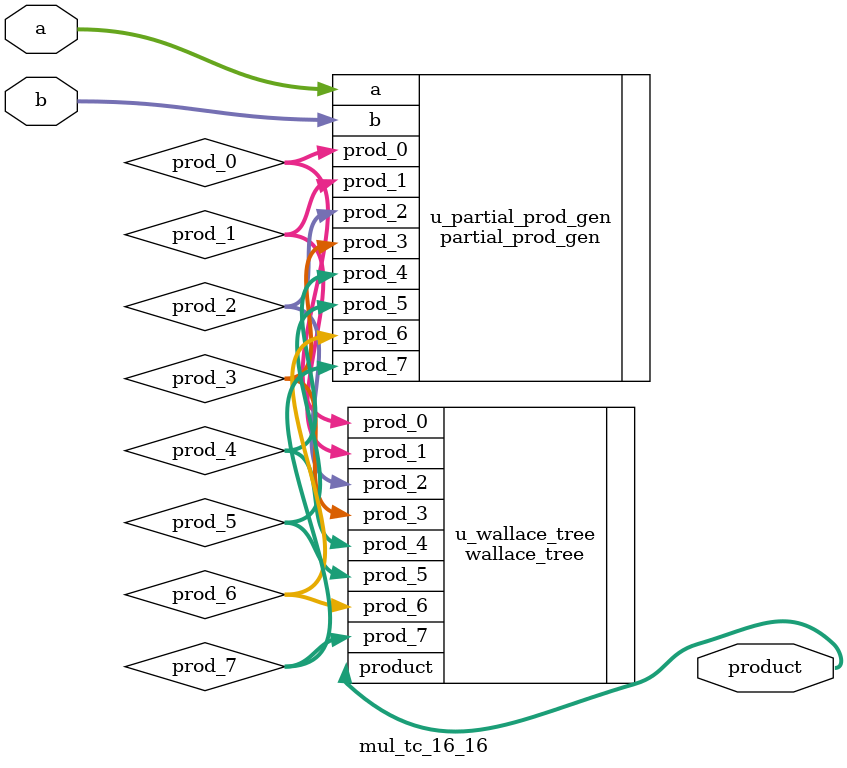
<source format=v>
module mul_tc_16_16 (
    input [15:0] a,
    input [15:0] b,
    output [31:0] product
);

    wire [31:0] prod_0;
    wire [31:0] prod_1;
    wire [31:0] prod_2;
    wire [31:0] prod_3;
    wire [31:0] prod_4;
    wire [31:0] prod_5;
    wire [31:0] prod_6;
    wire [31:0] prod_7;
    
    partial_prod_gen u_partial_prod_gen(
        .a(a),
        .b(b),
        .prod_0(prod_0),
        .prod_1(prod_1),
        .prod_2(prod_2),
        .prod_3(prod_3),
        .prod_4(prod_4),
        .prod_5(prod_5),
        .prod_6(prod_6),
        .prod_7(prod_7)
    );

    wallace_tree u_wallace_tree(
        .prod_0(prod_0),
        .prod_1(prod_1),
        .prod_2(prod_2),
        .prod_3(prod_3),
        .prod_4(prod_4),
        .prod_5(prod_5),
        .prod_6(prod_6),
        .prod_7(prod_7),
        .product(product)
    );

endmodule


</source>
